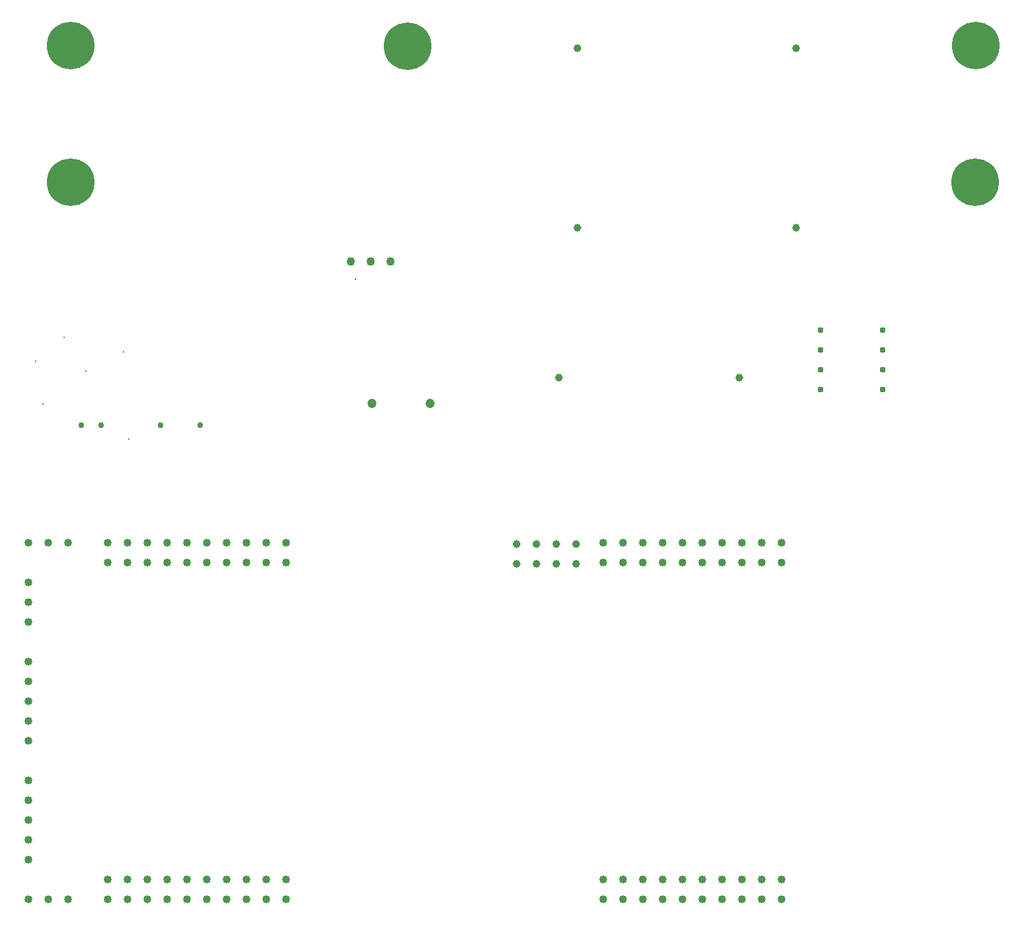
<source format=gbr>
%TF.GenerationSoftware,KiCad,Pcbnew,8.0.7*%
%TF.CreationDate,2025-03-06T09:01:56-05:00*%
%TF.ProjectId,MyFirstBuck,4d794669-7273-4744-9275-636b2e6b6963,v0*%
%TF.SameCoordinates,Original*%
%TF.FileFunction,Plated,1,2,PTH,Drill*%
%TF.FilePolarity,Positive*%
%FSLAX46Y46*%
G04 Gerber Fmt 4.6, Leading zero omitted, Abs format (unit mm)*
G04 Created by KiCad (PCBNEW 8.0.7) date 2025-03-06 09:01:56*
%MOMM*%
%LPD*%
G01*
G04 APERTURE LIST*
%TA.AperFunction,ViaDrill*%
%ADD10C,0.300000*%
%TD*%
%TA.AperFunction,ComponentDrill*%
%ADD11C,0.762000*%
%TD*%
%TA.AperFunction,ComponentDrill*%
%ADD12C,0.780000*%
%TD*%
%TA.AperFunction,ComponentDrill*%
%ADD13C,1.000000*%
%TD*%
%TA.AperFunction,ComponentDrill*%
%ADD14C,1.016000*%
%TD*%
%TA.AperFunction,ComponentDrill*%
%ADD15C,1.100000*%
%TD*%
%TA.AperFunction,ComponentDrill*%
%ADD16C,1.200000*%
%TD*%
%TA.AperFunction,ComponentDrill*%
%ADD17C,6.100000*%
%TD*%
G04 APERTURE END LIST*
D10*
X38500000Y-102000000D03*
X39500000Y-107500000D03*
X42200000Y-98950000D03*
X44962600Y-103259000D03*
X49790000Y-100790000D03*
X50500000Y-112000000D03*
X79506200Y-91453400D03*
D11*
%TO.C,U4*%
X44405600Y-110189000D03*
X46945600Y-110189000D03*
X54565600Y-110189000D03*
X59645600Y-110189000D03*
D12*
%TO.C,U1*%
X139130000Y-97990000D03*
X139130000Y-100530000D03*
X139130000Y-103070000D03*
X139130000Y-105610000D03*
X147070000Y-97990000D03*
X147070000Y-100530000D03*
X147070000Y-103070000D03*
X147070000Y-105610000D03*
D13*
%TO.C,U2*%
X100148000Y-125456000D03*
X100148000Y-127996000D03*
X102688000Y-125456000D03*
X102688000Y-127996000D03*
X105228000Y-125456000D03*
X105228000Y-127996000D03*
%TO.C,L1*%
X105626600Y-104063800D03*
%TO.C,U2*%
X107768000Y-125456000D03*
X107768000Y-127996000D03*
%TO.C,L2*%
X108000000Y-61800000D03*
X108000000Y-84900000D03*
%TO.C,L1*%
X128726600Y-104063800D03*
%TO.C,L3*%
X136000000Y-61800000D03*
X136000000Y-84900000D03*
D14*
%TO.C,U2*%
X37592000Y-125222000D03*
X37592000Y-130302000D03*
X37592000Y-132842000D03*
X37592000Y-135382000D03*
X37592000Y-140462000D03*
X37592000Y-143002000D03*
X37592000Y-145542000D03*
X37592000Y-148082000D03*
X37592000Y-150622000D03*
X37592000Y-155702000D03*
X37592000Y-158242000D03*
X37592000Y-160782000D03*
X37592000Y-163322000D03*
X37592000Y-165862000D03*
X37592000Y-170942000D03*
X40132000Y-125222000D03*
X40132000Y-170942000D03*
X42672000Y-125222000D03*
X42672000Y-170942000D03*
X47752000Y-125222000D03*
X47752000Y-127762000D03*
X47752000Y-168402000D03*
X47752000Y-170942000D03*
X50292000Y-125222000D03*
X50292000Y-127762000D03*
X50292000Y-168402000D03*
X50292000Y-170942000D03*
X52832000Y-125222000D03*
X52832000Y-127762000D03*
X52832000Y-168402000D03*
X52832000Y-170942000D03*
X55372000Y-125222000D03*
X55372000Y-127762000D03*
X55372000Y-168402000D03*
X55372000Y-170942000D03*
X57912000Y-125222000D03*
X57912000Y-127762000D03*
X57912000Y-168402000D03*
X57912000Y-170942000D03*
X60452000Y-125222000D03*
X60452000Y-127762000D03*
X60452000Y-168402000D03*
X60452000Y-170942000D03*
X62992000Y-125222000D03*
X62992000Y-127762000D03*
X62992000Y-168402000D03*
X62992000Y-170942000D03*
X65532000Y-125222000D03*
X65532000Y-127762000D03*
X65532000Y-168402000D03*
X65532000Y-170942000D03*
X68072000Y-125222000D03*
X68072000Y-127762000D03*
X68072000Y-168402000D03*
X68072000Y-170942000D03*
X70612000Y-125222000D03*
X70612000Y-127762000D03*
X70612000Y-168402000D03*
X70612000Y-170942000D03*
X111252000Y-125222000D03*
X111252000Y-127762000D03*
X111252000Y-168402000D03*
X111252000Y-170942000D03*
X113792000Y-125222000D03*
X113792000Y-127762000D03*
X113792000Y-168402000D03*
X113792000Y-170942000D03*
X116332000Y-125222000D03*
X116332000Y-127762000D03*
X116332000Y-168402000D03*
X116332000Y-170942000D03*
X118872000Y-125222000D03*
X118872000Y-127762000D03*
X118872000Y-168402000D03*
X118872000Y-170942000D03*
X121412000Y-125222000D03*
X121412000Y-127762000D03*
X121412000Y-168402000D03*
X121412000Y-170942000D03*
X123952000Y-125222000D03*
X123952000Y-127762000D03*
X123952000Y-168402000D03*
X123952000Y-170942000D03*
X126492000Y-125222000D03*
X126492000Y-127762000D03*
X126492000Y-168402000D03*
X126492000Y-170942000D03*
X129032000Y-125222000D03*
X129032000Y-127762000D03*
X129032000Y-168402000D03*
X129032000Y-170942000D03*
X131572000Y-125222000D03*
X131572000Y-127762000D03*
X131572000Y-168402000D03*
X131572000Y-170942000D03*
X134112000Y-125222000D03*
X134112000Y-127762000D03*
X134112000Y-168402000D03*
X134112000Y-170942000D03*
D15*
%TO.C,Q1*%
X78943200Y-89157400D03*
X81483200Y-89157400D03*
X84023200Y-89157400D03*
D16*
%TO.C,C3*%
X81607400Y-107353800D03*
X89107400Y-107353800D03*
D17*
%TO.C,J1*%
X43000000Y-61500000D03*
%TO.C,J2*%
X43000000Y-79000000D03*
%TO.C,J5*%
X86190000Y-61580000D03*
%TO.C,J4*%
X158963000Y-79000000D03*
%TO.C,J3*%
X159000000Y-61500000D03*
M02*

</source>
